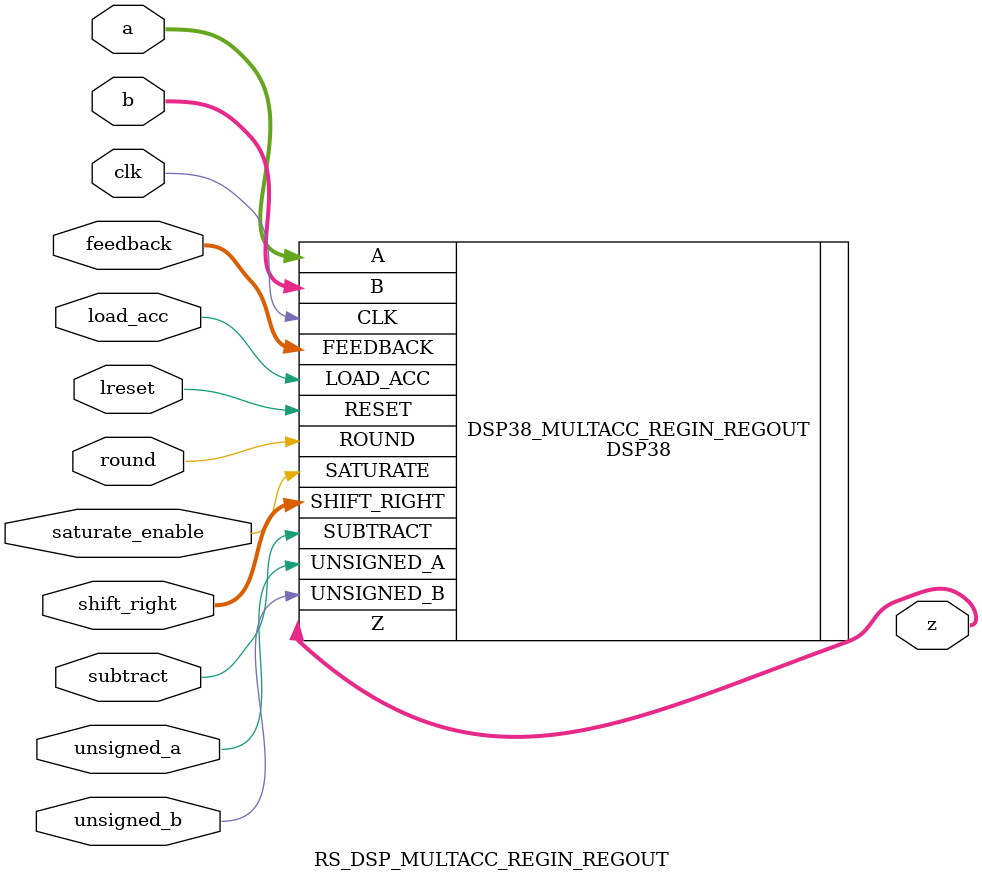
<source format=v>

`default_nettype none

module RS_DSP_MULT (
    input  wire [19:0] a,
    input  wire [17:0] b,
    output wire [37:0] z,

    input  wire [2:0] feedback,
    input  wire       unsigned_a,
    input  wire       unsigned_b
);

DSP38 #(
    .DSP_MODE("MULTIPY"),
    .OUTPUT_REG_EN("FALSE"),
    .INPUT_REG_EN("FALSE")
) DSP38_MULT (
    .A(a),
    .B(b),
    .Z(z),
    .FEEDBACK(feedback),
    .UNSIGNED_A(unsigned_a),
    .UNSIGNED_B(unsigned_b)
);

endmodule

module RS_DSP_MULT_REGIN (
    input  wire [19:0] a,
    input  wire [17:0] b,
    output wire [37:0] z,

    (* clkbuf_sink *)
    input  wire       clk,
    input  wire       lreset,

    input  wire [2:0] feedback,
    input  wire       unsigned_a,
    input  wire       unsigned_b
);

DSP38 #(
    .DSP_MODE("MULTIPY"),
    .OUTPUT_REG_EN("FALSE"),
    .INPUT_REG_EN("TRUE")
) DSP38_MULT_REGIN (
    .A(a),
    .B(b),
    .Z(z),
    .FEEDBACK(feedback),
    .UNSIGNED_A(unsigned_a),
    .UNSIGNED_B(unsigned_b),
    .CLK(clk),
    .RESET(lreset)
);

endmodule

module RS_DSP_MULT_REGOUT (
    input  wire [19:0] a,
    input  wire [17:0] b,
    output wire [37:0] z,

    (* clkbuf_sink *)
    input  wire       clk,
    input  wire       lreset,

    input  wire [2:0] feedback,
    input  wire       unsigned_a,
    input  wire       unsigned_b
);

DSP38 #(
    .DSP_MODE("MULTIPY"),
    .OUTPUT_REG_EN("TRUE"),
    .INPUT_REG_EN("FALSE")
) DSP38_MULT_REGOUT (
    .A(a),
    .B(b),
    .Z(z),
    .FEEDBACK(feedback),
    .UNSIGNED_A(unsigned_a),
    .UNSIGNED_B(unsigned_b),
    .CLK(clk),
    .RESET(lreset)
);

endmodule

module RS_DSP_MULT_REGIN_REGOUT (
    input  wire [19:0] a,
    input  wire [17:0] b,
    output wire [37:0] z,

    (* clkbuf_sink *)
    input  wire       clk,
    input  wire       lreset,

    input  wire [2:0] feedback,
    input  wire       unsigned_a,
    input  wire       unsigned_b
);

DSP38 #(
    .DSP_MODE("MULTIPY"),
    .OUTPUT_REG_EN("TRUE"),
    .INPUT_REG_EN("TRUE")
) DSP38_MULT_REGIN_REGOUT (
    .A(a),
    .B(b),
    .Z(z),
    .FEEDBACK(feedback),
    .UNSIGNED_A(unsigned_a),
    .UNSIGNED_B(unsigned_b),
    .CLK(clk),
    .RESET(lreset)
);

endmodule

module RS_DSP_MULTADD (
    input  wire [19:0] a,
    input  wire [17:0] b,
    output wire [37:0] z,

    input  wire       clk,
    input  wire       lreset,

    input  wire [ 2:0] feedback,
    input  wire [ 5:0] acc_fir,
    input  wire        load_acc,
    input  wire        unsigned_a,
    input  wire        unsigned_b,

    input  wire        saturate_enable,
    input  wire [ 5:0] shift_right,
    input  wire        round,
    input  wire        subtract
);

DSP38 #(
    .DSP_MODE("MULTIPLY_ADD_SUB"),
    .OUTPUT_REG_EN("FALSE"),
    .INPUT_REG_EN("FALSE")
) DSP38_MULTADD (
    .A(a),
    .B(b),
    .Z(z),
    .FEEDBACK(feedback),
    .UNSIGNED_A(unsigned_a),
    .UNSIGNED_B(unsigned_b),
    .CLK(clk),
    .RESET(lreset),
    .ACC_FIR(acc_fir),
    .LOAD_ACC(load_acc),
    .SATURATE(saturate_enable),
    .SHIFT_RIGHT(shift_right),
    .ROUND(round),
    .SUBTRACT(subtract)
);

endmodule

module RS_DSP_MULTADD_REGIN (
    input  wire [19:0] a,
    input  wire [17:0] b,
    output wire [37:0] z,

    (* clkbuf_sink *)
    input  wire        clk,
    input  wire        lreset,

    input  wire [ 2:0] feedback,
    input  wire [ 5:0] acc_fir,
    input  wire        load_acc,
    input  wire        unsigned_a,
    input  wire        unsigned_b,

    input  wire        saturate_enable,
    input  wire [ 5:0] shift_right,
    input  wire        round,
    input  wire        subtract
);

DSP38 #(
    .DSP_MODE("MULTIPLY_ADD_SUB"),
    .OUTPUT_REG_EN("FALSE"),
    .INPUT_REG_EN("TRUE")
) DSP38_MULTADD_REGIN (
    .A(a),
    .B(b),
    .Z(z),
    .FEEDBACK(feedback),
    .UNSIGNED_A(unsigned_a),
    .UNSIGNED_B(unsigned_b),
    .CLK(clk),
    .RESET(lreset),
    .ACC_FIR(acc_fir),
    .LOAD_ACC(load_acc),
    .SATURATE(saturate_enable),
    .SHIFT_RIGHT(shift_right),
    .ROUND(round),
    .SUBTRACT(subtract)
);

endmodule

module RS_DSP_MULTADD_REGOUT (
    input  wire [19:0] a,
    input  wire [17:0] b,
    output wire [37:0] z,

    (* clkbuf_sink *)
    input  wire        clk,
    input  wire        lreset,

    input  wire [ 2:0] feedback,
    input  wire [ 5:0] acc_fir,
    input  wire        load_acc,
    input  wire        unsigned_a,
    input  wire        unsigned_b,

    input  wire        saturate_enable,
    input  wire [ 5:0] shift_right,
    input  wire        round,
    input  wire        subtract
);

DSP38 #(
    .DSP_MODE("MULTIPLY_ADD_SUB"),
    .OUTPUT_REG_EN("TRUE"),
    .INPUT_REG_EN("FALSE")
) DSP38_MULTADD_REGOUT (
    .A(a),
    .B(b),
    .Z(z),
    .FEEDBACK(feedback),
    .UNSIGNED_A(unsigned_a),
    .UNSIGNED_B(unsigned_b),
    .CLK(clk),
    .RESET(lreset),
    .ACC_FIR(acc_fir),
    .LOAD_ACC(load_acc),
    .SATURATE(saturate_enable),
    .SHIFT_RIGHT(shift_right),
    .ROUND(round),
    .SUBTRACT(subtract)
);

endmodule

module RS_DSP_MULTADD_REGIN_REGOUT (
    input  wire [19:0] a,
    input  wire [17:0] b,
    output wire [37:0] z,

    (* clkbuf_sink *)
    input  wire        clk,
    input  wire        lreset,

    input  wire [ 2:0] feedback,
    input  wire [ 5:0] acc_fir,
    input  wire        load_acc,
    input  wire        unsigned_a,
    input  wire        unsigned_b,

    input  wire        saturate_enable,
    input  wire [ 5:0] shift_right,
    input  wire        round,
    input  wire        subtract
);

DSP38 #(
    .DSP_MODE("MULTIPLY_ADD_SUB"),
    .OUTPUT_REG_EN("TRUE"),
    .INPUT_REG_EN("TRUE")
) DSP38_MULTADD_REGIN_REGOUT (
    .A(a),
    .B(b),
    .Z(z),
    .FEEDBACK(feedback),
    .UNSIGNED_A(unsigned_a),
    .UNSIGNED_B(unsigned_b),
    .CLK(clk),
    .RESET(lreset),
    .ACC_FIR(acc_fir),
    .LOAD_ACC(load_acc),
    .SATURATE(saturate_enable),
    .SHIFT_RIGHT(shift_right),
    .ROUND(round),
    .SUBTRACT(subtract)
);

endmodule

module RS_DSP_MULTACC (
    input  wire [19:0] a,
    input  wire [17:0] b,
    output wire [37:0] z,

    (* clkbuf_sink *)
    input  wire        clk,
    input  wire        lreset,

    input  wire        load_acc,
    input  wire [ 2:0] feedback,
    input  wire        unsigned_a,
    input  wire        unsigned_b,

    input  wire        saturate_enable,
    input  wire [ 5:0] shift_right,
    input  wire        round,
    input  wire        subtract
);

DSP38 #(
    .DSP_MODE("MULTIPLY_ACCUMULATE"),
    .OUTPUT_REG_EN("FALSE"),
    .INPUT_REG_EN("FALSE")
) DSP38_MULTACC (
    .A(a),
    .B(b),
    .Z(z),
    .FEEDBACK(feedback),
    .UNSIGNED_A(unsigned_a),
    .UNSIGNED_B(unsigned_b),
    .CLK(clk),
    .RESET(lreset),
    .LOAD_ACC(load_acc),
    .SATURATE(saturate_enable),
    .SHIFT_RIGHT(shift_right),
    .ROUND(round),
    .SUBTRACT(subtract)
);

endmodule

module RS_DSP_MULTACC_REGIN (
    input  wire [19:0] a,
    input  wire [17:0] b,
    output wire [37:0] z,

    (* clkbuf_sink *)
    input  wire        clk,
    input  wire        lreset,

    input  wire [ 2:0] feedback,
    input  wire        load_acc,
    input  wire        unsigned_a,
    input  wire        unsigned_b,

    input  wire        saturate_enable,
    input  wire [ 5:0] shift_right,
    input  wire        round,
    input  wire        subtract
);

DSP38 #(
    .DSP_MODE("MULTIPLY_ACCUMULATE"),
    .OUTPUT_REG_EN("FALSE"),
    .INPUT_REG_EN("TRUE")
) DSP38_MULTACC_REGIN (
    .A(a),
    .B(b),
    .Z(z),
    .FEEDBACK(feedback),
    .UNSIGNED_A(unsigned_a),
    .UNSIGNED_B(unsigned_b),
    .CLK(clk),
    .RESET(lreset),
    .LOAD_ACC(load_acc),
    .SATURATE(saturate_enable),
    .SHIFT_RIGHT(shift_right),
    .ROUND(round),
    .SUBTRACT(subtract)
);

endmodule

module RS_DSP_MULTACC_REGOUT (
    input  wire [19:0] a,
    input  wire [17:0] b,
    output wire [37:0] z,

    (* clkbuf_sink *)
    input  wire        clk,
    input  wire        lreset,

    input  wire [ 2:0] feedback,
    input  wire        load_acc,
    input  wire        unsigned_a,
    input  wire        unsigned_b,

    input  wire        saturate_enable,
    input  wire [ 5:0] shift_right,
    input  wire        round,
    input  wire        subtract
);

DSP38 #(
    .DSP_MODE("MULTIPLY_ACCUMULATE"),
    .OUTPUT_REG_EN("TRUE"),
    .INPUT_REG_EN("FALSE")
) DSP38_MULTACC_REGOUT (
    .A(a),
    .B(b),
    .Z(z),
    .FEEDBACK(feedback),
    .UNSIGNED_A(unsigned_a),
    .UNSIGNED_B(unsigned_b),
    .CLK(clk),
    .RESET(lreset),
    .LOAD_ACC(load_acc),
    .SATURATE(saturate_enable),
    .SHIFT_RIGHT(shift_right),
    .ROUND(round),
    .SUBTRACT(subtract)
);

endmodule

module RS_DSP_MULTACC_REGIN_REGOUT (
    input  wire [19:0] a,
    input  wire [17:0] b,
    output wire [37:0] z,

    (* clkbuf_sink *)
    input  wire        clk,
    input  wire        lreset,

    input  wire [ 2:0] feedback,
    input  wire        load_acc,
    input  wire        unsigned_a,
    input  wire        unsigned_b,

    input  wire        saturate_enable,
    input  wire [ 5:0] shift_right,
    input  wire        round,
    input  wire        subtract
);

DSP38 #(
    .DSP_MODE("MULTIPLY_ACCUMULATE"),
    .OUTPUT_REG_EN("TRUE"),
    .INPUT_REG_EN("TRUE")
) DSP38_MULTACC_REGIN_REGOUT (
    .A(a),
    .B(b),
    .Z(z),
    .FEEDBACK(feedback),
    .UNSIGNED_A(unsigned_a),
    .UNSIGNED_B(unsigned_b),
    .CLK(clk),
    .RESET(lreset),
    .LOAD_ACC(load_acc),
    .SATURATE(saturate_enable),
    .SHIFT_RIGHT(shift_right),
    .ROUND(round),
    .SUBTRACT(subtract)
);

endmodule
</source>
